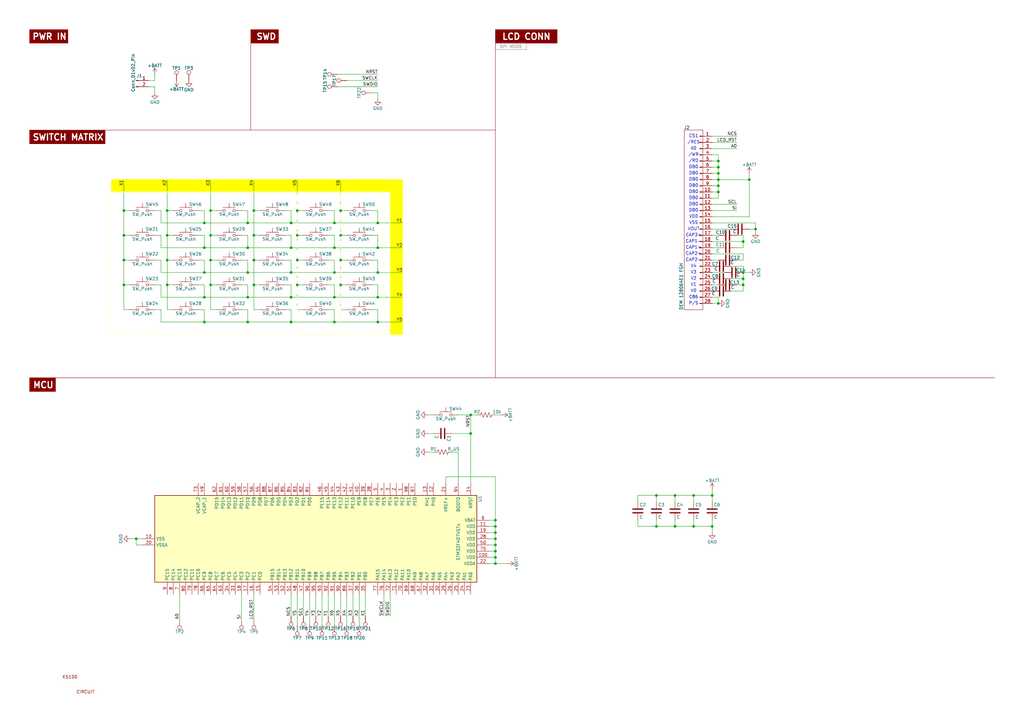
<source format=kicad_sch>
(kicad_sch (version 20240602) (generator "eeschema") (generator_version "8.99")
  (paper "A3")
  (title_block (title "KS100") (date "2024-04-09") (rev "R1.0"))
  (rectangle (start 121.92 78.74) (end 139.7 137.16) (stroke (width 0.254) (type dash) (color 255 255 194 1)))
  (rectangle (start 139.7 78.74) (end 157.48 137.16) (stroke (width 0.254) (type dash) (color 255 255 194 1)))
  (rectangle (start 12.065 53.34) (end 43.18 59.055) (stroke (width -0.0001)) (fill (type color) (color 132 0 0 1)))
  (rectangle (start 12.065 154.94) (end 22.86 160.655) (stroke (width -0.0001)) (fill (type color) (color 132 0 0 1)))
  (rectangle (start 45.72 78.74) (end 160.02 137.16) (stroke (width 0.254) (type dash) (color 255 255 194 1)))
  (rectangle (start 12.065 12.065) (end 27.94 17.78) (stroke (width -0.0001)) (fill (type color) (color 132 0 0 1)))
  (rectangle (start 203.2 12.065) (end 228.6 17.78) (stroke (width -0.0001)) (fill (type color) (color 132 0 0 1)))
  (rectangle (start 45.72 73.66) (end 160.02 78.74) (stroke (width 0.254) (color 255 255 0 1)) (fill (type color) (color 255 255 0 1)))
  (rectangle (start 160.02 73.66) (end 165.1 137.16) (stroke (width 0.254) (color 255 255 0 1)) (fill (type color) (color 255 255 0 1)))
  (rectangle (start 280.67 53.34) (end 288.29 127) (stroke (width 0) (color 132 0 0 1)))
  (rectangle (start 102.87 12.065) (end 114.3 17.78) (stroke (width -0.0001)) (fill (type color) (color 132 0 0 1)))
  (text "DB0" (at 284.48 83.82 0) (effects (font (size 1.27 1.27))))
  (text "CAP3+" (at 284.48 96.52 0) (effects (font (size 1.27 1.27))))
  (text "DB0" (at 284.48 86.36 0) (effects (font (size 1.27 1.27))))
  (text "CAP2+" (at 284.48 104.14 0) (effects (font (size 1.27 1.27))))
  (text "/RES" (at 284.48 58.42 0) (effects (font (size 1.27 1.27))))
  (text "KS100" (at 28.702 277.876 0) (effects (font (size 1.27 1.27))))
  (text "DB0" (at 284.48 78.74 0) (effects (font (size 1.27 1.27))))
  (text "DB0" (at 284.48 71.12 0) (effects (font (size 1.27 1.27))))
  (text "V2" (at 284.48 114.3 0) (effects (font (size 1.27 1.27))))
  (text "CIRCUIT" (at 35.052 283.972 0) (effects (font (size 1.27 1.27))))
  (text "P/S" (at 284.48 124.46 0) (effects (font (size 1.27 1.27))))
  (text "CS1" (at 284.48 55.88 0) (effects (font (size 1.27 1.27))))
  (text "MCU" (at 17.78 158.115 0) (effects (font (size 2.54 2.54) (thickness 0.508) (bold yes))))
  (text "/WR" (at 284.48 63.5 0) (effects (font (size 1.27 1.27))))
  (text "DB0" (at 284.48 81.28 0) (effects (font (size 1.27 1.27))))
  (text "CAP2-" (at 284.48 106.68 0) (effects (font (size 1.27 1.27))))
  (text "LCD CONN" (at 215.9 15.24 0) (effects (font (size 2.54 2.54) (thickness 0.508) (bold yes))))
  (text "A0" (at 284.48 60.96 0) (effects (font (size 1.27 1.27))))
  (text "CAP1+" (at 284.48 101.6 0) (effects (font (size 1.27 1.27))))
  (text "VSS" (at 284.48 91.44 0) (effects (font (size 1.27 1.27))))
  (text "DB0" (at 284.48 76.2 0) (effects (font (size 1.27 1.27))))
  (text "DB0" (at 284.48 68.58 0) (effects (font (size 1.27 1.27))))
  (text "VOUT" (at 284.48 93.98 0) (effects (font (size 1.27 1.27))))
  (text "VDD" (at 284.48 88.9 0) (effects (font (size 1.27 1.27))))
  (text "CAP1-" (at 284.48 99.06 0) (effects (font (size 1.27 1.27))))
  (text "SWITCH MATRIX" (at 27.94 56.515 0) (effects (font (size 2.54 2.54) (thickness 0.508) (bold yes))))
  (text "V3" (at 284.48 111.76 0) (effects (font (size 1.27 1.27))))
  (text "SWD" (at 109.22 15.24 0) (effects (font (size 2.54 2.54) (thickness 0.508) (bold yes))))
  (text "/RD" (at 284.48 66.04 0) (effects (font (size 1.27 1.27))))
  (text "C86" (at 284.48 121.92 0) (effects (font (size 1.27 1.27))))
  (text "PWR IN" (at 20.32 15.24 0) (effects (font (size 2.54 2.54) (thickness 0.508) (bold yes))))
  (text "DB0" (at 284.48 73.66 0) (effects (font (size 1.27 1.27))))
  (text "V1" (at 284.48 116.84 0) (effects (font (size 1.27 1.27))))
  (text "V0" (at 284.48 119.38 0) (effects (font (size 1.27 1.27))))
  (text "V4" (at 284.48 109.22 0) (effects (font (size 1.27 1.27))))
  (text_box "SPI MODE" (at 203.2 17.78 0) (size 12.7 2.54) (margins 0.9525 0.9525 0.9525 0.9525) (stroke (width 0) (color 132 132 132 1)) (effects (font (size 1.27 1.27) (italic yes))))
  (junction (at 154.94 111.76))
  (junction (at 284.48 203.2))
  (junction (at 307.34 73.66))
  (junction (at 86.36 96.52))
  (junction (at 104.14 86.36))
  (junction (at 137.16 121.92))
  (junction (at 294.64 124.46))
  (junction (at 83.82 132.08))
  (junction (at 68.58 96.52))
  (junction (at 104.14 106.68))
  (junction (at 101.6 121.92))
  (junction (at 101.6 101.6))
  (junction (at 294.64 66.04))
  (junction (at 193.04 177.8))
  (junction (at 137.16 91.44))
  (junction (at 294.64 68.58))
  (junction (at 101.6 91.44))
  (junction (at 68.58 116.84))
  (junction (at 309.88 93.98))
  (junction (at 119.38 121.92))
  (junction (at 68.58 106.68))
  (junction (at 203.2 231.14))
  (junction (at 276.86 203.2))
  (junction (at 139.7 86.36))
  (junction (at 304.8 111.76))
  (junction (at 154.94 132.08))
  (junction (at 83.82 111.76))
  (junction (at 154.94 101.6))
  (junction (at 50.8 86.36))
  (junction (at 119.38 111.76))
  (junction (at 121.92 106.68))
  (junction (at 121.92 86.36))
  (junction (at 203.2 220.98))
  (junction (at 154.94 91.44))
  (junction (at 86.36 86.36))
  (junction (at 137.16 111.76))
  (junction (at 139.7 96.52))
  (junction (at 104.14 116.84))
  (junction (at 119.38 91.44))
  (junction (at 203.2 228.6))
  (junction (at 119.38 101.6))
  (junction (at 154.94 121.92))
  (junction (at 119.38 132.08))
  (junction (at 203.2 226.06))
  (junction (at 203.2 213.36))
  (junction (at 304.8 114.3))
  (junction (at 83.82 91.44))
  (junction (at 55.88 220.98))
  (junction (at 304.8 116.84))
  (junction (at 276.86 215.9))
  (junction (at 292.1 203.2))
  (junction (at 294.64 73.66))
  (junction (at 121.92 96.52))
  (junction (at 294.64 76.2))
  (junction (at 83.82 121.92))
  (junction (at 137.16 132.08))
  (junction (at 203.2 215.9))
  (junction (at 203.2 223.52))
  (junction (at 121.92 116.84))
  (junction (at 294.64 78.74))
  (junction (at 104.14 96.52))
  (junction (at 101.6 132.08))
  (junction (at 101.6 111.76))
  (junction (at 269.24 203.2))
  (junction (at 50.8 116.84))
  (junction (at 294.64 71.12))
  (junction (at 292.1 215.9))
  (junction (at 139.7 106.68))
  (junction (at 50.8 106.68))
  (junction (at 83.82 101.6))
  (junction (at 284.48 215.9))
  (junction (at 304.8 99.06))
  (junction (at 193.04 170.18))
  (junction (at 269.24 215.9))
  (junction (at 139.7 116.84))
  (junction (at 137.16 101.6))
  (junction (at 50.8 96.52))
  (junction (at 86.36 106.68))
  (junction (at 68.58 86.36))
  (junction (at 203.2 218.44))
  (junction (at 86.36 116.84))
  (wire (pts (xy 106.68 106.68) (xy 104.14 106.68)))
  (wire (pts (xy 294.64 68.58) (xy 294.64 71.12)))
  (wire (pts (xy 203.2 220.98) (xy 203.2 223.52)))
  (wire (pts (xy 137.16 111.76) (xy 137.16 106.68)))
  (wire (pts (xy 86.36 96.52) (xy 86.36 106.68)))
  (wire (pts (xy 203.2 223.52) (xy 203.2 226.06)))
  (wire (pts (xy 203.2 226.06) (xy 203.2 228.6)))
  (wire (pts (xy 193.04 170.18) (xy 193.04 177.8)))
  (wire (pts (xy 261.62 203.2) (xy 261.62 205.74)))
  (wire (pts (xy 304.8 119.38) (xy 304.8 116.84)))
  (wire (pts (xy 203.2 195.58) (xy 182.88 195.58)))
  (wire (pts (xy 154.94 38.1) (xy 154.94 40.64)))
  (wire (pts (xy 137.16 91.44) (xy 154.94 91.44)))
  (wire (pts (xy 83.82 91.44) (xy 101.6 91.44)))
  (wire (pts (xy 134.62 116.84) (xy 137.16 116.84)))
  (wire (pts (xy 134.62 127) (xy 137.16 127)))
  (wire (pts (xy 127 243.84) (xy 127 256.54)))
  (wire (pts (xy 292.1 81.28) (xy 294.64 81.28)))
  (wire (pts (xy 294.64 73.66) (xy 307.34 73.66)))
  (wire (pts (xy 292.1 60.96) (xy 302.26 60.96)))
  (wire (pts (xy 73.66 243.84) (xy 73.66 254)))
  (wire (pts (xy 66.04 106.68) (xy 66.04 111.76)))
  (wire (pts (xy 139.7 116.84) (xy 142.24 116.84)))
  (wire (pts (xy 304.8 116.84) (xy 304.8 114.3)))
  (wire (pts (xy 292.1 71.12) (xy 294.64 71.12)))
  (wire (pts (xy 269.24 203.2) (xy 276.86 203.2)))
  (wire (pts (xy 66.04 121.92) (xy 83.82 121.92)))
  (wire (pts (xy 292.1 58.42) (xy 302.26 58.42)))
  (wire (pts (xy 276.86 203.2) (xy 284.48 203.2)))
  (wire (pts (xy 302.26 116.84) (xy 304.8 116.84)))
  (wire (pts (xy 66.04 101.6) (xy 83.82 101.6)))
  (wire (pts (xy 68.58 96.52) (xy 71.12 96.52)))
  (wire (pts (xy 139.7 96.52) (xy 139.7 106.68)))
  (wire (pts (xy 83.82 116.84) (xy 83.82 121.92)))
  (wire (pts (xy 142.24 33.02) (xy 154.94 33.02)))
  (wire (pts (xy 101.6 91.44) (xy 119.38 91.44)))
  (wire (pts (xy 83.82 111.76) (xy 101.6 111.76)))
  (wire (pts (xy 66.04 127) (xy 66.04 132.08)))
  (wire (pts (xy 261.62 203.2) (xy 269.24 203.2)))
  (wire (pts (xy 99.06 106.68) (xy 101.6 106.68)))
  (wire (pts (xy 63.5 86.36) (xy 66.04 86.36)))
  (wire (pts (xy 101.6 116.84) (xy 101.6 121.92)))
  (wire (pts (xy 104.14 96.52) (xy 106.68 96.52)))
  (wire (pts (xy 142.24 256.54) (xy 142.24 243.84)))
  (wire (pts (xy 60.96 35.56) (xy 63.5 35.56)))
  (wire (pts (xy 119.38 127) (xy 119.38 132.08)))
  (wire (pts (xy 83.82 101.6) (xy 101.6 101.6)))
  (wire (pts (xy 299.72 109.22) (xy 304.8 109.22)))
  (wire (pts (xy 134.62 86.36) (xy 137.16 86.36)))
  (wire (pts (xy 292.1 88.9) (xy 307.34 88.9)))
  (wire (pts (xy 269.24 215.9) (xy 276.86 215.9)))
  (wire (pts (xy 193.04 170.18) (xy 195.58 170.18)))
  (wire (pts (xy 147.32 256.54) (xy 147.32 243.84)))
  (wire (pts (xy 175.26 170.18) (xy 177.8 170.18)))
  (wire (pts (xy 66.04 116.84) (xy 66.04 121.92)))
  (wire (pts (xy 292.1 63.5) (xy 294.64 63.5)))
  (polyline (pts (xy 12.065 53.34) (xy 203.2 53.34)) (stroke (width 0) (color 132 0 0 1)))
  (wire (pts (xy 284.48 215.9) (xy 292.1 215.9)))
  (wire (pts (xy 152.4 86.36) (xy 154.94 86.36)))
  (wire (pts (xy 304.8 109.22) (xy 304.8 111.76)))
  (wire (pts (xy 101.6 111.76) (xy 101.6 106.68)))
  (wire (pts (xy 154.94 91.44) (xy 154.94 86.36)))
  (wire (pts (xy 137.16 101.6) (xy 154.94 101.6)))
  (wire (pts (xy 119.38 101.6) (xy 119.38 96.52)))
  (wire (pts (xy 55.88 223.52) (xy 55.88 220.98)))
  (wire (pts (xy 119.38 243.84) (xy 119.38 252.73)))
  (wire (pts (xy 307.34 73.66) (xy 307.34 88.9)))
  (wire (pts (xy 292.1 55.88) (xy 302.26 55.88)))
  (wire (pts (xy 203.2 215.9) (xy 200.66 215.9)))
  (wire (pts (xy 137.16 121.92) (xy 154.94 121.92)))
  (wire (pts (xy 121.92 116.84) (xy 124.46 116.84)))
  (wire (pts (xy 101.6 132.08) (xy 119.38 132.08)))
  (wire (pts (xy 139.7 73.66) (xy 139.7 86.36)))
  (wire (pts (xy 53.34 86.36) (xy 50.8 86.36)))
  (wire (pts (xy 203.2 213.36) (xy 200.66 213.36)))
  (wire (pts (xy 175.26 177.8) (xy 177.8 177.8)))
  (wire (pts (xy 132.08 243.84) (xy 132.08 256.54)))
  (wire (pts (xy 302.26 106.68) (xy 304.8 106.68)))
  (wire (pts (xy 154.94 101.6) (xy 154.94 96.52)))
  (wire (pts (xy 116.84 127) (xy 119.38 127)))
  (wire (pts (xy 261.62 215.9) (xy 269.24 215.9)))
  (wire (pts (xy 53.34 220.98) (xy 55.88 220.98)))
  (wire (pts (xy 63.5 127) (xy 66.04 127)))
  (wire (pts (xy 292.1 83.82) (xy 302.26 83.82)))
  (wire (pts (xy 203.2 231.14) (xy 200.66 231.14)))
  (wire (pts (xy 104.14 106.68) (xy 104.14 116.84)))
  (wire (pts (xy 299.72 114.3) (xy 304.8 114.3)))
  (wire (pts (xy 284.48 215.9) (xy 284.48 213.36)))
  (wire (pts (xy 292.1 215.9) (xy 292.1 213.36)))
  (wire (pts (xy 88.9 106.68) (xy 86.36 106.68)))
  (wire (pts (xy 302.26 96.52) (xy 304.8 96.52)))
  (wire (pts (xy 137.16 96.52) (xy 134.62 96.52)))
  (wire (pts (xy 71.12 106.68) (xy 68.58 106.68)))
  (wire (pts (xy 50.8 96.52) (xy 53.34 96.52)))
  (wire (pts (xy 71.12 86.36) (xy 68.58 86.36)))
  (wire (pts (xy 154.94 116.84) (xy 154.94 121.92)))
  (wire (pts (xy 139.7 96.52) (xy 142.24 96.52)))
  (wire (pts (xy 99.06 86.36) (xy 101.6 86.36)))
  (wire (pts (xy 68.58 96.52) (xy 68.58 106.68)))
  (wire (pts (xy 50.8 116.84) (xy 50.8 127)))
  (wire (pts (xy 149.86 252.73) (xy 149.86 243.84)))
  (wire (pts (xy 187.96 170.18) (xy 193.04 170.18)))
  (wire (pts (xy 124.46 243.84) (xy 124.46 252.73)))
  (wire (pts (xy 121.92 243.84) (xy 121.92 256.54)))
  (wire (pts (xy 119.38 86.36) (xy 119.38 91.44)))
  (wire (pts (xy 142.24 86.36) (xy 139.7 86.36)))
  (wire (pts (xy 292.1 106.68) (xy 294.64 106.68)))
  (wire (pts (xy 86.36 116.84) (xy 88.9 116.84)))
  (wire (pts (xy 104.14 96.52) (xy 104.14 106.68)))
  (wire (pts (xy 104.14 243.84) (xy 104.14 254)))
  (wire (pts (xy 124.46 106.68) (xy 121.92 106.68)))
  (wire (pts (xy 200.66 228.6) (xy 203.2 228.6)))
  (wire (pts (xy 276.86 215.9) (xy 276.86 213.36)))
  (wire (pts (xy 81.28 116.84) (xy 83.82 116.84)))
  (wire (pts (xy 106.68 86.36) (xy 104.14 86.36)))
  (wire (pts (xy 101.6 111.76) (xy 119.38 111.76)))
  (wire (pts (xy 86.36 127) (xy 88.9 127)))
  (wire (pts (xy 119.38 106.68) (xy 116.84 106.68)))
  (wire (pts (xy 157.48 252.73) (xy 157.48 243.84)))
  (wire (pts (xy 119.38 101.6) (xy 137.16 101.6)))
  (wire (pts (xy 50.8 106.68) (xy 50.8 116.84)))
  (wire (pts (xy 63.5 30.48) (xy 63.5 33.02)))
  (wire (pts (xy 200.66 226.06) (xy 203.2 226.06)))
  (wire (pts (xy 292.1 121.92) (xy 294.64 121.92)))
  (polyline (pts (xy 102.87 12.065) (xy 102.87 53.34)) (stroke (width 0) (color 132 0 0 1)))
  (wire (pts (xy 83.82 127) (xy 83.82 132.08)))
  (wire (pts (xy 88.9 86.36) (xy 86.36 86.36)))
  (wire (pts (xy 134.62 243.84) (xy 134.62 252.73)))
  (wire (pts (xy 269.24 203.2) (xy 269.24 205.74)))
  (wire (pts (xy 292.1 78.74) (xy 294.64 78.74)))
  (wire (pts (xy 276.86 203.2) (xy 276.86 205.74)))
  (wire (pts (xy 160.02 252.73) (xy 160.02 243.84)))
  (wire (pts (xy 63.5 116.84) (xy 66.04 116.84)))
  (wire (pts (xy 58.42 223.52) (xy 55.88 223.52)))
  (wire (pts (xy 58.42 220.98) (xy 55.88 220.98)))
  (wire (pts (xy 60.96 33.02) (xy 63.5 33.02)))
  (wire (pts (xy 154.94 96.52) (xy 152.4 96.52)))
  (wire (pts (xy 154.94 91.44) (xy 165.1 91.44)))
  (wire (pts (xy 292.1 104.14) (xy 304.8 104.14)))
  (wire (pts (xy 139.7 116.84) (xy 139.7 127)))
  (wire (pts (xy 50.8 73.66) (xy 50.8 86.36)))
  (wire (pts (xy 137.16 101.6) (xy 137.16 96.52)))
  (wire (pts (xy 307.34 93.98) (xy 309.88 93.98)))
  (wire (pts (xy 137.16 243.84) (xy 137.16 256.54)))
  (wire (pts (xy 292.1 73.66) (xy 294.64 73.66)))
  (wire (pts (xy 203.2 215.9) (xy 203.2 218.44)))
  (wire (pts (xy 294.64 73.66) (xy 294.64 76.2)))
  (wire (pts (xy 66.04 132.08) (xy 83.82 132.08)))
  (wire (pts (xy 86.36 116.84) (xy 86.36 127)))
  (wire (pts (xy 154.94 132.08) (xy 165.1 132.08)))
  (wire (pts (xy 292.1 116.84) (xy 294.64 116.84)))
  (wire (pts (xy 104.14 127) (xy 106.68 127)))
  (wire (pts (xy 294.64 66.04) (xy 294.64 68.58)))
  (wire (pts (xy 99.06 116.84) (xy 101.6 116.84)))
  (wire (pts (xy 101.6 96.52) (xy 99.06 96.52)))
  (wire (pts (xy 154.94 101.6) (xy 165.1 101.6)))
  (wire (pts (xy 121.92 96.52) (xy 124.46 96.52)))
  (wire (pts (xy 50.8 86.36) (xy 50.8 96.52)))
  (wire (pts (xy 154.94 121.92) (xy 165.1 121.92)))
  (wire (pts (xy 292.1 76.2) (xy 294.64 76.2)))
  (wire (pts (xy 138.43 35.56) (xy 154.94 35.56)))
  (wire (pts (xy 284.48 203.2) (xy 284.48 205.74)))
  (wire (pts (xy 104.14 116.84) (xy 106.68 116.84)))
  (wire (pts (xy 104.14 73.66) (xy 104.14 86.36)))
  (wire (pts (xy 292.1 218.44) (xy 292.1 215.9)))
  (wire (pts (xy 116.84 116.84) (xy 119.38 116.84)))
  (wire (pts (xy 121.92 86.36) (xy 121.92 96.52)))
  (wire (pts (xy 81.28 127) (xy 83.82 127)))
  (wire (pts (xy 83.82 96.52) (xy 81.28 96.52)))
  (wire (pts (xy 292.1 200.66) (xy 292.1 203.2)))
  (wire (pts (xy 50.8 96.52) (xy 50.8 106.68)))
  (wire (pts (xy 66.04 86.36) (xy 66.04 91.44)))
  (wire (pts (xy 137.16 106.68) (xy 134.62 106.68)))
  (wire (pts (xy 203.2 218.44) (xy 203.2 220.98)))
  (wire (pts (xy 292.1 91.44) (xy 309.88 91.44)))
  (wire (pts (xy 261.62 215.9) (xy 261.62 213.36)))
  (wire (pts (xy 203.2 228.6) (xy 203.2 231.14)))
  (wire (pts (xy 193.04 177.8) (xy 185.42 177.8)))
  (wire (pts (xy 200.66 223.52) (xy 203.2 223.52)))
  (wire (pts (xy 154.94 38.1) (xy 152.4 38.1)))
  (wire (pts (xy 121.92 116.84) (xy 121.92 127)))
  (wire (pts (xy 63.5 35.56) (xy 63.5 38.1)))
  (wire (pts (xy 83.82 132.08) (xy 101.6 132.08)))
  (wire (pts (xy 304.8 111.76) (xy 307.34 111.76)))
  (wire (pts (xy 138.43 30.48) (xy 154.94 30.48)))
  (wire (pts (xy 139.7 252.73) (xy 139.7 243.84)))
  (wire (pts (xy 116.84 86.36) (xy 119.38 86.36)))
  (wire (pts (xy 121.92 127) (xy 124.46 127)))
  (wire (pts (xy 50.8 127) (xy 53.34 127)))
  (wire (pts (xy 116.84 96.52) (xy 119.38 96.52)))
  (wire (pts (xy 142.24 106.68) (xy 139.7 106.68)))
  (wire (pts (xy 269.24 215.9) (xy 269.24 213.36)))
  (wire (pts (xy 66.04 91.44) (xy 83.82 91.44)))
  (wire (pts (xy 299.72 119.38) (xy 304.8 119.38)))
  (wire (pts (xy 68.58 116.84) (xy 71.12 116.84)))
  (wire (pts (xy 292.1 96.52) (xy 294.64 96.52)))
  (wire (pts (xy 68.58 73.66) (xy 68.58 86.36)))
  (wire (pts (xy 139.7 106.68) (xy 139.7 116.84)))
  (wire (pts (xy 152.4 127) (xy 154.94 127)))
  (wire (pts (xy 137.16 116.84) (xy 137.16 121.92)))
  (wire (pts (xy 83.82 101.6) (xy 83.82 96.52)))
  (wire (pts (xy 101.6 121.92) (xy 119.38 121.92)))
  (wire (pts (xy 154.94 127) (xy 154.94 132.08)))
  (wire (pts (xy 99.06 127) (xy 101.6 127)))
  (wire (pts (xy 86.36 106.68) (xy 86.36 116.84)))
  (wire (pts (xy 81.28 106.68) (xy 83.82 106.68)))
  (wire (pts (xy 276.86 215.9) (xy 284.48 215.9)))
  (wire (pts (xy 292.1 86.36) (xy 302.26 86.36)))
  (wire (pts (xy 99.06 254) (xy 99.06 243.84)))
  (wire (pts (xy 294.64 76.2) (xy 294.64 78.74)))
  (wire (pts (xy 205.74 170.18) (xy 203.2 170.18)))
  (wire (pts (xy 101.6 101.6) (xy 101.6 96.52)))
  (wire (pts (xy 119.38 111.76) (xy 119.38 106.68)))
  (wire (pts (xy 119.38 116.84) (xy 119.38 121.92)))
  (wire (pts (xy 66.04 111.76) (xy 83.82 111.76)))
  (wire (pts (xy 304.8 106.68) (xy 304.8 104.14)))
  (wire (pts (xy 137.16 111.76) (xy 154.94 111.76)))
  (wire (pts (xy 292.1 101.6) (xy 294.64 101.6)))
  (wire (pts (xy 119.38 111.76) (xy 137.16 111.76)))
  (wire (pts (xy 144.78 252.73) (xy 144.78 243.84)))
  (wire (pts (xy 81.28 86.36) (xy 83.82 86.36)))
  (wire (pts (xy 304.8 101.6) (xy 304.8 99.06)))
  (wire (pts (xy 294.64 63.5) (xy 294.64 66.04)))
  (wire (pts (xy 68.58 127) (xy 71.12 127)))
  (wire (pts (xy 139.7 127) (xy 142.24 127)))
  (wire (pts (xy 83.82 111.76) (xy 83.82 106.68)))
  (wire (pts (xy 292.1 66.04) (xy 294.64 66.04)))
  (wire (pts (xy 137.16 86.36) (xy 137.16 91.44)))
  (wire (pts (xy 63.5 106.68) (xy 66.04 106.68)))
  (wire (pts (xy 294.64 121.92) (xy 294.64 124.46)))
  (wire (pts (xy 68.58 116.84) (xy 68.58 127)))
  (wire (pts (xy 119.38 132.08) (xy 137.16 132.08)))
  (wire (pts (xy 292.1 99.06) (xy 304.8 99.06)))
  (wire (pts (xy 294.64 71.12) (xy 294.64 73.66)))
  (wire (pts (xy 50.8 116.84) (xy 53.34 116.84)))
  (wire (pts (xy 154.94 106.68) (xy 152.4 106.68)))
  (wire (pts (xy 154.94 111.76) (xy 154.94 106.68)))
  (wire (pts (xy 200.66 218.44) (xy 203.2 218.44)))
  (wire (pts (xy 119.38 121.92) (xy 137.16 121.92)))
  (wire (pts (xy 203.2 215.9) (xy 203.2 213.36)))
  (wire (pts (xy 137.16 127) (xy 137.16 132.08)))
  (wire (pts (xy 175.26 185.42) (xy 177.8 185.42)))
  (polyline (pts (xy 12.065 154.94) (xy 407.924 154.94)) (stroke (width 0) (color 132 0 0 1)))
  (wire (pts (xy 309.88 95.25) (xy 309.88 93.98)))
  (wire (pts (xy 121.92 73.66) (xy 121.92 86.36)))
  (wire (pts (xy 304.8 96.52) (xy 304.8 99.06)))
  (wire (pts (xy 200.66 220.98) (xy 203.2 220.98)))
  (wire (pts (xy 139.7 86.36) (xy 139.7 96.52)))
  (wire (pts (xy 137.16 132.08) (xy 154.94 132.08)))
  (wire (pts (xy 63.5 96.52) (xy 66.04 96.52)))
  (wire (pts (xy 129.54 243.84) (xy 129.54 252.73)))
  (wire (pts (xy 121.92 106.68) (xy 121.92 116.84)))
  (wire (pts (xy 187.96 185.42) (xy 187.96 198.12)))
  (wire (pts (xy 182.88 195.58) (xy 182.88 198.12)))
  (wire (pts (xy 53.34 106.68) (xy 50.8 106.68)))
  (wire (pts (xy 302.26 101.6) (xy 304.8 101.6)))
  (wire (pts (xy 193.04 177.8) (xy 193.04 198.12)))
  (wire (pts (xy 86.36 86.36) (xy 86.36 96.52)))
  (wire (pts (xy 292.1 203.2) (xy 292.1 205.74)))
  (wire (pts (xy 203.2 213.36) (xy 203.2 195.58)))
  (wire (pts (xy 185.42 185.42) (xy 187.96 185.42)))
  (polyline (pts (xy 203.2 12.065) (xy 203.2 154.94)) (stroke (width 0) (color 132 0 0 1)))
  (wire (pts (xy 208.28 231.14) (xy 203.2 231.14)))
  (wire (pts (xy 101.6 127) (xy 101.6 132.08)))
  (wire (pts (xy 307.34 71.12) (xy 307.34 73.66)))
  (wire (pts (xy 83.82 86.36) (xy 83.82 91.44)))
  (wire (pts (xy 86.36 96.52) (xy 88.9 96.52)))
  (wire (pts (xy 292.1 111.76) (xy 297.18 111.76)))
  (wire (pts (xy 292.1 93.98) (xy 299.72 93.98)))
  (wire (pts (xy 104.14 86.36) (xy 104.14 96.52)))
  (wire (pts (xy 86.36 73.66) (xy 86.36 86.36)))
  (wire (pts (xy 68.58 86.36) (xy 68.58 96.52)))
  (wire (pts (xy 101.6 86.36) (xy 101.6 91.44)))
  (wire (pts (xy 292.1 124.46) (xy 294.64 124.46)))
  (wire (pts (xy 121.92 96.52) (xy 121.92 106.68)))
  (wire (pts (xy 304.8 114.3) (xy 304.8 111.76)))
  (wire (pts (xy 104.14 116.84) (xy 104.14 127)))
  (wire (pts (xy 292.1 68.58) (xy 294.64 68.58)))
  (wire (pts (xy 309.88 93.98) (xy 309.88 91.44)))
  (wire (pts (xy 83.82 121.92) (xy 101.6 121.92)))
  (wire (pts (xy 68.58 106.68) (xy 68.58 116.84)))
  (wire (pts (xy 152.4 116.84) (xy 154.94 116.84)))
  (wire (pts (xy 294.64 78.74) (xy 294.64 81.28)))
  (wire (pts (xy 66.04 96.52) (xy 66.04 101.6)))
  (wire (pts (xy 154.94 111.76) (xy 165.1 111.76)))
  (wire (pts (xy 101.6 101.6) (xy 119.38 101.6)))
  (wire (pts (xy 284.48 203.2) (xy 292.1 203.2)))
  (wire (pts (xy 119.38 91.44) (xy 137.16 91.44)))
  (wire (pts (xy 124.46 86.36) (xy 121.92 86.36)))
  (label "LCD_RST" (at 302.26 58.42 180))
  (label "A0" (at 302.26 60.96 180))
  (label "NCS" (at 119.38 252.73 90))
  (label "SWCLK" (at 157.48 252.73 90))
  (label "SWDIO" (at 154.94 35.56 180))
  (label "Y4" (at 127 252.73 90))
  (label "Y1" (at 134.62 252.73 90))
  (label "X3" (at 86.36 73.66 270))
  (label "Y4" (at 165.1 121.92 180))
  (label "X1" (at 50.8 73.66 270))
  (label "SI" (at 302.26 86.36 180))
  (label "NRST" (at 193.04 170.18 270))
  (label "X5" (at 139.7 252.73 90))
  (label "Y2" (at 132.08 252.73 90))
  (label "SWCLK" (at 154.94 33.02 180))
  (label "X1" (at 149.86 252.73 90))
  (label "SWDIO" (at 160.02 252.73 90))
  (label "Y3" (at 129.54 252.73 90))
  (label "SCL" (at 124.46 252.73 90))
  (label "X2" (at 68.58 73.66 270))
  (label "X6" (at 139.7 73.66 270))
  (label "Y5" (at 121.92 252.73 90))
  (label "A0" (at 73.66 254 90))
  (label "Y3" (at 165.1 111.76 180))
  (label "LCD_RST" (at 104.14 254 90))
  (label "Y5" (at 165.1 132.08 180))
  (label "Y2" (at 165.1 101.6 180))
  (label "X2" (at 147.32 252.73 90))
  (label "SI" (at 99.06 254 90))
  (label "SCL" (at 302.26 83.82 180))
  (label "X3" (at 144.78 252.73 90))
  (label "NRST" (at 154.94 30.48 180))
  (label "X6" (at 137.16 252.73 90))
  (label "X4" (at 104.14 73.66 270))
  (label "NCS" (at 302.26 55.88 180))
  (label "X4" (at 142.24 252.73 90))
  (label "Y1" (at 165.1 91.44 180))
  (label "X5" (at 121.92 73.66 270))
  (symbol (lib_id "Switch:SW_Push") (at 76.2 127 0) (unit 1)
    (property "Reference" "SW28" (at 77.47 124.46 0) (effects (justify left)))
    (property "Value" "SW_Push" (at 76.2 128.524 0))
    (property "Footprint" "Button_Switch_THT:SW_PUSH_1P1T_6x3.5mm_H4.3_APEM_MJTP1243" (effects (hide yes)))
    (property "Datasheet" "MJTP1243" (effects (hide yes)))
    (property "Description" "Push button switch, generic, two pins" (effects (hide yes)))
  )
  (symbol (lib_id "power:+BATT") (at 208.28 231.14 270) (unit 1)
    (property "Reference" "#PWR011" (effects (hide yes)))
    (property "Value" "+BATT" (at 211.836 231.14 0))
    (property "Description" "Power symbol creates a global label with name \"+BATT\"" (effects (hide yes)))
  )
  (symbol (lib_id "Connector:TestPoint") (at 127 256.54 180) (unit 1)
    (property "Reference" "TP9" (at 127 261.62 0))
    (property "Value" "TestPoint" (effects (hide yes)))
    (property "Footprint" "TestPoint:TestPoint_THTPad_1.0x1.0mm_Drill0.5mm" (effects (hide yes)))
    (property "Description" "test point" (effects (hide yes)))
  )
  (symbol (lib_id "Connector:TestPoint") (at 124.46 252.73 180) (unit 1)
    (property "Reference" "TP8" (at 124.46 257.81 0))
    (property "Value" "TestPoint" (effects (hide yes)))
    (property "Footprint" "TestPoint:TestPoint_THTPad_1.0x1.0mm_Drill0.5mm" (effects (hide yes)))
    (property "Description" "test point" (effects (hide yes)))
  )
  (symbol (lib_id "Connector:TestPoint") (at 132.08 256.54 180) (unit 1)
    (property "Reference" "TP11" (at 132.08 261.62 0))
    (property "Value" "TestPoint" (effects (hide yes)))
    (property "Footprint" "TestPoint:TestPoint_THTPad_1.0x1.0mm_Drill0.5mm" (effects (hide yes)))
    (property "Description" "test point" (effects (hide yes)))
  )
  (symbol (lib_id "Switch:SW_Push") (at 58.42 96.52 0) (unit 1)
    (property "Reference" "SW21" (at 59.69 93.98 0) (effects (justify left)))
    (property "Value" "SW_Push" (at 58.42 98.044 0))
    (property "Footprint" "Button_Switch_THT:SW_PUSH_1P1T_6x3.5mm_H4.3_APEM_MJTP1243" (effects (hide yes)))
    (property "Datasheet" "MJTP1243" (effects (hide yes)))
    (property "Description" "Push button switch, generic, two pins" (effects (hide yes)))
  )
  (symbol (lib_id "Switch:SW_Push") (at 58.42 127 0) (unit 1)
    (property "Reference" "SW24" (at 59.69 124.46 0) (effects (justify left)))
    (property "Value" "SW_Push" (at 58.42 128.524 0))
    (property "Footprint" "Button_Switch_THT:SW_PUSH_1P1T_6x3.5mm_H4.3_APEM_MJTP1243" (effects (hide yes)))
    (property "Datasheet" "MJTP1243" (effects (hide yes)))
    (property "Description" "Push button switch, generic, two pins" (effects (hide yes)))
  )
  (symbol (lib_id "Connector:TestPoint") (at 138.43 35.56 90) (unit 1)
    (property "Reference" "TP15" (at 133.35 35.56 0))
    (property "Value" "TestPoint" (effects (hide yes)))
    (property "Footprint" "TestPoint:TestPoint_THTPad_2.0x2.0mm_Drill1.0mm" (effects (hide yes)))
    (property "Description" "test point" (effects (hide yes)))
  )
  (symbol (lib_id "Device:C") (at 295.91 109.22 90) (unit 1)
    (property "Reference" "C7" (at 294.64 108.204 90) (effects (justify left)))
    (property "Value" "C" (at 294.386 110.236 90) (effects (justify left)))
    (property "Footprint" "Capacitor_SMD:C_0603_1608Metric_Pad1.08x0.95mm_HandSolder" (effects (hide yes)))
    (property "Description" "Unpolarized capacitor" (effects (hide yes)))
  )
  (symbol (lib_id "Connector:Conn_01x02_Pin") (at 55.88 33.02 0) (unit 1)
    (property "Reference" "J1" (at 57.15 31.115 0))
    (property "Value" "Conn_01x02_Pin" (at 54.61 29.845 90))
    (property "Footprint" "Connector_JST:JST_VH_B2P-VH-B_1x02_P3.96mm_Vertical" (effects (hide yes)))
    (property "Description" "Generic connector, single row, 01x02, script generated" (effects (hide yes)))
  )
  (symbol (lib_id "Switch:SW_Push") (at 147.32 86.36 0) (unit 1)
    (property "Reference" "SW50" (at 148.59 83.82 0) (effects (justify left)))
    (property "Value" "SW_Push" (at 147.32 87.884 0))
    (property "Footprint" "Button_Switch_THT:SW_PUSH_1P1T_6x3.5mm_H4.3_APEM_MJTP1243" (effects (hide yes)))
    (property "Datasheet" "MJTP1243" (effects (hide yes)))
    (property "Description" "Push button switch, generic, two pins" (effects (hide yes)))
  )
  (symbol (lib_id "Switch:SW_Push") (at 129.54 96.52 0) (unit 1)
    (property "Reference" "SW37" (at 130.81 93.98 0) (effects (justify left)))
    (property "Value" "SW_Push" (at 129.54 98.044 0))
    (property "Footprint" "Button_Switch_THT:SW_PUSH_1P1T_6x3.5mm_H4.3_APEM_MJTP1243" (effects (hide yes)))
    (property "Datasheet" "MJTP1243" (effects (hide yes)))
    (property "Description" "Push button switch, generic, two pins" (effects (hide yes)))
  )
  (symbol (lib_id "Switch:SW_Push") (at 93.98 127 0) (unit 1)
    (property "Reference" "SW32" (at 95.25 124.46 0) (effects (justify left)))
    (property "Value" "SW_Push" (at 93.98 128.524 0))
    (property "Footprint" "Button_Switch_THT:SW_PUSH_1P1T_6x3.5mm_H4.3_APEM_MJTP1243" (effects (hide yes)))
    (property "Datasheet" "MJTP1243" (effects (hide yes)))
    (property "Description" "Push button switch, generic, two pins" (effects (hide yes)))
  )
  (symbol (lib_id "Device:C") (at 298.45 106.68 90) (unit 1)
    (property "Reference" "C12" (at 303.53 105.664 90) (effects (justify left)))
    (property "Value" "C" (at 300.99 107.696 90) (effects (justify left)))
    (property "Footprint" "Capacitor_SMD:C_0603_1608Metric_Pad1.08x0.95mm_HandSolder" (effects (hide yes)))
    (property "Description" "Unpolarized capacitor" (effects (hide yes)))
  )
  (symbol (lib_id "Connector:TestPoint") (at 72.39 33.02 0) (unit 1)
    (property "Reference" "TP1" (at 72.39 27.94 0))
    (property "Value" "TestPoint" (effects (hide yes)))
    (property "Footprint" "TestPoint:TestPoint_THTPad_1.0x1.0mm_Drill0.5mm" (effects (hide yes)))
    (property "Description" "test point" (effects (hide yes)))
  )
  (symbol (lib_id "Connector:TestPoint") (at 129.54 252.73 180) (unit 1)
    (property "Reference" "TP10" (at 129.54 257.81 0))
    (property "Value" "TestPoint" (effects (hide yes)))
    (property "Footprint" "TestPoint:TestPoint_THTPad_1.0x1.0mm_Drill0.5mm" (effects (hide yes)))
    (property "Description" "test point" (effects (hide yes)))
  )
  (symbol (lib_id "Switch:SW_Push") (at 147.32 106.68 0) (unit 1)
    (property "Reference" "SW42" (at 148.59 104.14 0) (effects (justify left)))
    (property "Value" "SW_Push" (at 147.32 108.204 0))
    (property "Footprint" "Button_Switch_THT:SW_PUSH_1P1T_6x3.5mm_H4.3_APEM_MJTP1243" (effects (hide yes)))
    (property "Datasheet" "MJTP1243" (effects (hide yes)))
    (property "Description" "Push button switch, generic, two pins" (effects (hide yes)))
  )
  (symbol (lib_id "Switch:SW_Push") (at 93.98 116.84 0) (unit 1)
    (property "Reference" "SW31" (at 95.25 114.3 0) (effects (justify left)))
    (property "Value" "SW_Push" (at 93.98 118.364 0))
    (property "Footprint" "Button_Switch_THT:SW_PUSH_1P1T_6x3.5mm_H4.3_APEM_MJTP1243" (effects (hide yes)))
    (property "Datasheet" "MJTP1243" (effects (hide yes)))
    (property "Description" "Push button switch, generic, two pins" (effects (hide yes)))
  )
  (symbol (lib_id "Switch:SW_Push") (at 111.76 96.52 0) (unit 1)
    (property "Reference" "SW33" (at 113.03 93.98 0) (effects (justify left)))
    (property "Value" "SW_Push" (at 111.76 98.044 0))
    (property "Footprint" "Button_Switch_THT:SW_PUSH_1P1T_6x3.5mm_H4.3_APEM_MJTP1243" (effects (hide yes)))
    (property "Datasheet" "MJTP1243" (effects (hide yes)))
    (property "Description" "Push button switch, generic, two pins" (effects (hide yes)))
  )
  (symbol (lib_id "Connector:TestPoint") (at 144.78 252.73 180) (unit 1)
    (property "Reference" "TP19" (at 144.78 257.81 0))
    (property "Value" "TestPoint" (effects (hide yes)))
    (property "Footprint" "TestPoint:TestPoint_THTPad_1.0x1.0mm_Drill0.5mm" (effects (hide yes)))
    (property "Description" "test point" (effects (hide yes)))
  )
  (symbol (lib_id "Switch:SW_Push") (at 111.76 106.68 0) (unit 1)
    (property "Reference" "SW34" (at 113.03 104.14 0) (effects (justify left)))
    (property "Value" "SW_Push" (at 111.76 108.204 0))
    (property "Footprint" "Button_Switch_THT:SW_PUSH_1P1T_6x3.5mm_H4.3_APEM_MJTP1243" (effects (hide yes)))
    (property "Datasheet" "MJTP1243" (effects (hide yes)))
    (property "Description" "Push button switch, generic, two pins" (effects (hide yes)))
  )
  (symbol (lib_id "power:GND") (at 309.88 95.25 0) (unit 1)
    (property "Reference" "#PWR017" (effects (hide yes)))
    (property "Value" "GND" (at 309.88 99.06 0))
    (property "Description" "Power symbol creates a global label with name \"GND\" , ground" (effects (hide yes)))
  )
  (symbol (lib_id "power:GND") (at 294.64 124.46 90) (unit 1)
    (property "Reference" "#PWR014" (effects (hide yes)))
    (property "Value" "GND" (at 298.45 124.46 0))
    (property "Description" "Power symbol creates a global label with name \"GND\" , ground" (effects (hide yes)))
  )
  (symbol (lib_id "Switch:SW_Push") (at 147.32 127 0) (unit 1)
    (property "Reference" "SW44" (at 148.59 124.46 0) (effects (justify left)))
    (property "Value" "SW_Push" (at 147.32 128.524 0))
    (property "Footprint" "Button_Switch_THT:SW_PUSH_1P1T_6x3.5mm_H4.3_APEM_MJTP1243" (effects (hide yes)))
    (property "Datasheet" "MJTP1243" (effects (hide yes)))
    (property "Description" "Push button switch, generic, two pins" (effects (hide yes)))
  )
  (symbol (lib_id "Switch:SW_Push") (at 129.54 86.36 0) (unit 1)
    (property "Reference" "SW49" (at 130.81 83.82 0) (effects (justify left)))
    (property "Value" "SW_Push" (at 129.54 87.884 0))
    (property "Footprint" "Button_Switch_THT:SW_PUSH_1P1T_6x3.5mm_H4.3_APEM_MJTP1243" (effects (hide yes)))
    (property "Datasheet" "MJTP1243" (effects (hide yes)))
    (property "Description" "Push button switch, generic, two pins" (effects (hide yes)))
  )
  (symbol (lib_id "Connector:TestPoint") (at 134.62 252.73 180) (unit 1)
    (property "Reference" "TP12" (at 134.62 257.81 0))
    (property "Value" "TestPoint" (effects (hide yes)))
    (property "Footprint" "TestPoint:TestPoint_THTPad_1.0x1.0mm_Drill0.5mm" (effects (hide yes)))
    (property "Description" "test point" (effects (hide yes)))
  )
  (symbol (lib_id "Connector:TestPoint") (at 152.4 38.1 90) (unit 1)
    (property "Reference" "TP22" (at 147.32 38.1 0))
    (property "Value" "TestPoint" (effects (hide yes)))
    (property "Footprint" "TestPoint:TestPoint_THTPad_2.0x2.0mm_Drill1.0mm" (effects (hide yes)))
    (property "Description" "test point" (effects (hide yes)))
  )
  (symbol (lib_id "Device:C") (at 181.61 177.8 270) (unit 1)
    (property "Reference" "C1" (at 184.15 178.435 0) (effects (justify left)))
    (property "Value" "C" (at 179.07 178.435 0) (effects (justify left)))
    (property "Footprint" "Capacitor_SMD:C_0603_1608Metric_Pad1.08x0.95mm_HandSolder" (effects (hide yes)))
    (property "Description" "Unpolarized capacitor" (effects (hide yes)))
  )
  (symbol (lib_id "power:+BATT") (at 292.1 200.66 0) (unit 1)
    (property "Reference" "#PWR012" (effects (hide yes)))
    (property "Value" "+BATT" (at 292.1 197.104 0))
    (property "Description" "Power symbol creates a global label with name \"+BATT\"" (effects (hide yes)))
  )
  (symbol (lib_id "Connector:TestPoint") (at 104.14 254 0) (mirror x) (unit 1)
    (property "Reference" "TP5" (at 104.14 259.08 0))
    (property "Value" "TestPoint" (effects (hide yes)))
    (property "Footprint" "TestPoint:TestPoint_THTPad_1.0x1.0mm_Drill0.5mm" (effects (hide yes)))
    (property "Description" "test point" (effects (hide yes)))
  )
  (symbol (lib_id "Connector:TestPoint") (at 73.66 254 180) (unit 1)
    (property "Reference" "TP2" (at 73.66 259.08 0))
    (property "Value" "TestPoint" (effects (hide yes)))
    (property "Footprint" "TestPoint:TestPoint_THTPad_1.0x1.0mm_Drill0.5mm" (effects (hide yes)))
    (property "Description" "test point" (effects (hide yes)))
  )
  (symbol (lib_id "Device:C") (at 295.91 119.38 90) (unit 1)
    (property "Reference" "C9" (at 294.386 118.364 90) (effects (justify left)))
    (property "Value" "C" (at 293.37 120.396 90) (effects (justify left)))
    (property "Footprint" "Capacitor_SMD:C_0603_1608Metric_Pad1.08x0.95mm_HandSolder" (effects (hide yes)))
    (property "Description" "Unpolarized capacitor" (effects (hide yes)))
  )
  (symbol (lib_id "Switch:SW_Push") (at 76.2 96.52 0) (unit 1)
    (property "Reference" "SW25" (at 77.47 93.98 0) (effects (justify left)))
    (property "Value" "SW_Push" (at 76.2 98.044 0))
    (property "Footprint" "Button_Switch_THT:SW_PUSH_1P1T_6x3.5mm_H4.3_APEM_MJTP1243" (effects (hide yes)))
    (property "Datasheet" "MJTP1243" (effects (hide yes)))
    (property "Description" "Push button switch, generic, two pins" (effects (hide yes)))
  )
  (symbol (lib_id "Switch:SW_Push") (at 147.32 116.84 0) (unit 1)
    (property "Reference" "SW43" (at 148.59 114.3 0) (effects (justify left)))
    (property "Value" "SW_Push" (at 147.32 118.364 0))
    (property "Footprint" "Button_Switch_THT:SW_PUSH_1P1T_6x3.5mm_H4.3_APEM_MJTP1243" (effects (hide yes)))
    (property "Datasheet" "MJTP1243" (effects (hide yes)))
    (property "Description" "Push button switch, generic, two pins" (effects (hide yes)))
  )
  (symbol (lib_id "Device:C") (at 292.1 209.55 0) (unit 1)
    (property "Reference" "C6" (at 292.735 207.01 0) (effects (justify left)))
    (property "Value" "C" (at 292.735 212.09 0) (effects (justify left)))
    (property "Footprint" "Capacitor_SMD:C_0603_1608Metric_Pad1.08x0.95mm_HandSolder" (effects (hide yes)))
    (property "Description" "Unpolarized capacitor" (effects (hide yes)))
  )
  (symbol (lib_id "power:GND") (at 292.1 218.44 0) (unit 1)
    (property "Reference" "#PWR013" (effects (hide yes)))
    (property "Value" "GND" (at 292.1 222.25 0))
    (property "Description" "Power symbol creates a global label with name \"GND\" , ground" (effects (hide yes)))
  )
  (symbol (lib_id "power:GND") (at 307.34 111.76 90) (unit 1)
    (property "Reference" "#PWR016" (effects (hide yes)))
    (property "Value" "GND" (at 311.15 111.76 0))
    (property "Description" "Power symbol creates a global label with name \"GND\" , ground" (effects (hide yes)))
  )
  (symbol (lib_id "Connector:TestPoint") (at 138.43 30.48 90) (unit 1)
    (property "Reference" "TP14" (at 133.35 30.48 0))
    (property "Value" "TestPoint" (effects (hide yes)))
    (property "Footprint" "TestPoint:TestPoint_THTPad_2.0x2.0mm_Drill1.0mm" (effects (hide yes)))
    (property "Description" "test point" (effects (hide yes)))
  )
  (symbol (lib_id "power:GND") (at 53.34 220.98 270) (unit 1)
    (property "Reference" "#PWR01" (effects (hide yes)))
    (property "Value" "GND" (at 49.53 220.98 0))
    (property "Description" "Power symbol creates a global label with name \"GND\" , ground" (effects (hide yes)))
  )
  (symbol (lib_id "Switch:SW_Push") (at 58.42 86.36 0) (unit 1)
    (property "Reference" "SW45" (at 59.69 83.82 0) (effects (justify left)))
    (property "Value" "SW_Push" (at 58.42 87.884 0))
    (property "Footprint" "Button_Switch_THT:SW_PUSH_1P1T_6x3.5mm_H4.3_APEM_MJTP1243" (effects (hide yes)))
    (property "Datasheet" "MJTP1243" (effects (hide yes)))
    (property "Description" "Push button switch, generic, two pins" (effects (hide yes)))
  )
  (symbol (lib_id "power:GND") (at 175.26 185.42 270) (unit 1)
    (property "Reference" "#PWR09" (effects (hide yes)))
    (property "Value" "GND" (at 171.45 185.42 0))
    (property "Description" "Power symbol creates a global label with name \"GND\" , ground" (effects (hide yes)))
  )
  (symbol (lib_id "power:GND") (at 175.26 170.18 270) (unit 1)
    (property "Reference" "#PWR07" (effects (hide yes)))
    (property "Value" "GND" (at 171.45 170.18 0))
    (property "Description" "Power symbol creates a global label with name \"GND\" , ground" (effects (hide yes)))
  )
  (symbol (lib_id "Device:C") (at 298.45 116.84 90) (unit 1)
    (property "Reference" "C13" (at 303.276 115.824 90) (effects (justify left)))
    (property "Value" "C" (at 301.244 117.856 90) (effects (justify left)))
    (property "Footprint" "Capacitor_SMD:C_0603_1608Metric_Pad1.08x0.95mm_HandSolder" (effects (hide yes)))
    (property "Description" "Unpolarized capacitor" (effects (hide yes)))
  )
  (symbol (lib_id "Switch:SW_Push") (at 129.54 106.68 0) (unit 1)
    (property "Reference" "SW38" (at 130.81 104.14 0) (effects (justify left)))
    (property "Value" "SW_Push" (at 129.54 108.204 0))
    (property "Footprint" "Button_Switch_THT:SW_PUSH_1P1T_6x3.5mm_H4.3_APEM_MJTP1243" (effects (hide yes)))
    (property "Datasheet" "MJTP1243" (effects (hide yes)))
    (property "Description" "Push button switch, generic, two pins" (effects (hide yes)))
  )
  (symbol (lib_id "power:+BATT") (at 205.74 170.18 270) (unit 1)
    (property "Reference" "#PWR010" (effects (hide yes)))
    (property "Value" "+BATT" (at 209.296 170.18 0))
    (property "Description" "Power symbol creates a global label with name \"+BATT\"" (effects (hide yes)))
  )
  (symbol (lib_id "Switch:SW_Push") (at 93.98 86.36 0) (unit 1)
    (property "Reference" "SW47" (at 95.25 83.82 0) (effects (justify left)))
    (property "Value" "SW_Push" (at 93.98 87.884 0))
    (property "Footprint" "Button_Switch_THT:SW_PUSH_1P1T_6x3.5mm_H4.3_APEM_MJTP1243" (effects (hide yes)))
    (property "Datasheet" "MJTP1243" (effects (hide yes)))
    (property "Description" "Push button switch, generic, two pins" (effects (hide yes)))
  )
  (symbol (lib_id "Switch:SW_Push") (at 76.2 116.84 0) (unit 1)
    (property "Reference" "SW27" (at 77.47 114.3 0) (effects (justify left)))
    (property "Value" "SW_Push" (at 76.2 118.364 0))
    (property "Footprint" "Button_Switch_THT:SW_PUSH_1P1T_6x3.5mm_H4.3_APEM_MJTP1243" (effects (hide yes)))
    (property "Datasheet" "MJTP1243" (effects (hide yes)))
    (property "Description" "Push button switch, generic, two pins" (effects (hide yes)))
  )
  (symbol (lib_id "Switch:SW_Push") (at 93.98 96.52 0) (unit 1)
    (property "Reference" "SW29" (at 95.25 93.98 0) (effects (justify left)))
    (property "Value" "SW_Push" (at 93.98 98.044 0))
    (property "Footprint" "Button_Switch_THT:SW_PUSH_1P1T_6x3.5mm_H4.3_APEM_MJTP1243" (effects (hide yes)))
    (property "Datasheet" "MJTP1243" (effects (hide yes)))
    (property "Description" "Push button switch, generic, two pins" (effects (hide yes)))
  )
  (symbol (lib_id "Device:C") (at 295.91 114.3 90) (unit 1)
    (property "Reference" "C8" (at 294.64 113.284 90) (effects (justify left)))
    (property "Value" "C" (at 293.624 115.316 90) (effects (justify left)))
    (property "Footprint" "Capacitor_SMD:C_0603_1608Metric_Pad1.08x0.95mm_HandSolder" (effects (hide yes)))
    (property "Description" "Unpolarized capacitor" (effects (hide yes)))
  )
  (symbol (lib_id "power:GND") (at 77.47 33.02 0) (unit 1)
    (property "Reference" "#PWR05" (effects (hide yes)))
    (property "Value" "GND" (at 77.47 36.83 0))
    (property "Description" "Power symbol creates a global label with name \"GND\" , ground" (effects (hide yes)))
  )
  (symbol (lib_id "Connector:TestPoint") (at 139.7 252.73 180) (unit 1)
    (property "Reference" "TP16" (at 139.7 257.81 0))
    (property "Value" "TestPoint" (effects (hide yes)))
    (property "Footprint" "TestPoint:TestPoint_THTPad_1.0x1.0mm_Drill0.5mm" (effects (hide yes)))
    (property "Description" "test point" (effects (hide yes)))
  )
  (symbol (lib_id "Device:C") (at 284.48 209.55 0) (unit 1)
    (property "Reference" "C5" (at 285.115 207.01 0) (effects (justify left)))
    (property "Value" "C" (at 285.115 212.09 0) (effects (justify left)))
    (property "Footprint" "Capacitor_SMD:C_0603_1608Metric_Pad1.08x0.95mm_HandSolder" (effects (hide yes)))
    (property "Description" "Unpolarized capacitor" (effects (hide yes)))
  )
  (symbol (lib_id "power:+BATT") (at 63.5 30.48 0) (unit 1)
    (property "Reference" "#PWR02" (effects (hide yes)))
    (property "Value" "+BATT" (at 63.5 26.924 0))
    (property "Description" "Power symbol creates a global label with name \"+BATT\"" (effects (hide yes)))
  )
  (symbol (lib_id "power:+BATT") (at 307.34 71.12 0) (unit 1)
    (property "Reference" "#PWR015" (effects (hide yes)))
    (property "Value" "+BATT" (at 307.34 67.564 0))
    (property "Description" "Power symbol creates a global label with name \"+BATT\"" (effects (hide yes)))
  )
  (symbol (lib_id "Connector:TestPoint") (at 142.24 33.02 90) (unit 1)
    (property "Reference" "TP17" (at 137.16 33.02 0))
    (property "Value" "TestPoint" (effects (hide yes)))
    (property "Footprint" "TestPoint:TestPoint_THTPad_2.0x2.0mm_Drill1.0mm" (effects (hide yes)))
    (property "Description" "test point" (effects (hide yes)))
  )
  (symbol (lib_id "Switch:SW_Push") (at 111.76 116.84 0) (unit 1)
    (property "Reference" "SW35" (at 113.03 114.3 0) (effects (justify left)))
    (property "Value" "SW_Push" (at 111.76 118.364 0))
    (property "Footprint" "Button_Switch_THT:SW_PUSH_1P1T_6x3.5mm_H4.3_APEM_MJTP1243" (effects (hide yes)))
    (property "Datasheet" "MJTP1243" (effects (hide yes)))
    (property "Description" "Push button switch, generic, two pins" (effects (hide yes)))
  )
  (symbol (lib_id "Device:C") (at 276.86 209.55 0) (unit 1)
    (property "Reference" "C4" (at 277.495 207.01 0) (effects (justify left)))
    (property "Value" "C" (at 277.495 212.09 0) (effects (justify left)))
    (property "Footprint" "Capacitor_SMD:C_0603_1608Metric_Pad1.08x0.95mm_HandSolder" (effects (hide yes)))
    (property "Description" "Unpolarized capacitor" (effects (hide yes)))
  )
  (symbol (lib_id "Connector:TestPoint") (at 147.32 256.54 180) (unit 1)
    (property "Reference" "TP20" (at 147.32 261.62 0))
    (property "Value" "TestPoint" (effects (hide yes)))
    (property "Footprint" "TestPoint:TestPoint_THTPad_1.0x1.0mm_Drill0.5mm" (effects (hide yes)))
    (property "Description" "test point" (effects (hide yes)))
  )
  (symbol (lib_id "power:+BATT") (at 72.39 33.02 180) (unit 1)
    (property "Reference" "#PWR04" (effects (hide yes)))
    (property "Value" "+BATT" (at 72.39 36.576 0))
    (property "Description" "Power symbol creates a global label with name \"+BATT\"" (effects (hide yes)))
  )
  (symbol (lib_id "Switch:SW_Push") (at 76.2 86.36 0) (unit 1)
    (property "Reference" "SW46" (at 77.47 83.82 0) (effects (justify left)))
    (property "Value" "SW_Push" (at 76.2 87.884 0))
    (property "Footprint" "Button_Switch_THT:SW_PUSH_1P1T_6x3.5mm_H4.3_APEM_MJTP1243" (effects (hide yes)))
    (property "Datasheet" "MJTP1243" (effects (hide yes)))
    (property "Description" "Push button switch, generic, two pins" (effects (hide yes)))
  )
  (symbol (lib_id "Device:R_US") (at 199.39 170.18 270) (unit 1)
    (property "Reference" "R2" (at 195.58 168.91 90))
    (property "Value" "10k" (at 203.835 168.91 90))
    (property "Footprint" "Resistor_SMD:R_0603_1608Metric_Pad0.98x0.95mm_HandSolder" (effects (hide yes)))
    (property "Description" "Resistor, US symbol" (effects (hide yes)))
  )
  (symbol (lib_id "power:GND") (at 63.5 38.1 0) (unit 1)
    (property "Reference" "#PWR03" (effects (hide yes)))
    (property "Value" "GND" (at 63.5 41.91 0))
    (property "Description" "Power symbol creates a global label with name \"GND\" , ground" (effects (hide yes)))
  )
  (symbol (lib_id "Device:C") (at 261.62 209.55 0) (unit 1)
    (property "Reference" "C2" (at 262.255 207.01 0) (effects (justify left)))
    (property "Value" "C" (at 262.255 212.09 0) (effects (justify left)))
    (property "Footprint" "Capacitor_SMD:C_0603_1608Metric_Pad1.08x0.95mm_HandSolder" (effects (hide yes)))
    (property "Description" "Unpolarized capacitor" (effects (hide yes)))
  )
  (symbol (lib_id "Switch:SW_Push") (at 58.42 116.84 0) (unit 1)
    (property "Reference" "SW23" (at 59.69 114.3 0) (effects (justify left)))
    (property "Value" "SW_Push" (at 58.42 118.364 0))
    (property "Footprint" "Button_Switch_THT:SW_PUSH_1P1T_6x3.5mm_H4.3_APEM_MJTP1243" (effects (hide yes)))
    (property "Datasheet" "MJTP1243" (effects (hide yes)))
    (property "Description" "Push button switch, generic, two pins" (effects (hide yes)))
  )
  (symbol (lib_id "Switch:SW_Push") (at 129.54 116.84 0) (unit 1)
    (property "Reference" "SW39" (at 130.81 114.3 0) (effects (justify left)))
    (property "Value" "SW_Push" (at 129.54 118.364 0))
    (property "Footprint" "Button_Switch_THT:SW_PUSH_1P1T_6x3.5mm_H4.3_APEM_MJTP1243" (effects (hide yes)))
    (property "Datasheet" "MJTP1243" (effects (hide yes)))
    (property "Description" "Push button switch, generic, two pins" (effects (hide yes)))
  )
  (symbol (lib_id "Device:C") (at 300.99 111.76 90) (unit 1)
    (property "Reference" "C14" (at 305.816 110.744 90) (effects (justify left)))
    (property "Value" "C" (at 303.53 112.776 90) (effects (justify left)))
    (property "Footprint" "Capacitor_SMD:C_0603_1608Metric_Pad1.08x0.95mm_HandSolder" (effects (hide yes)))
    (property "Description" "Unpolarized capacitor" (effects (hide yes)))
  )
  (symbol (lib_id "Switch:SW_Push") (at 182.88 170.18 0) (unit 1)
    (property "Reference" "SW44" (at 184.15 167.64 0) (effects (justify left)))
    (property "Value" "SW_Push" (at 182.88 171.704 0))
    (property "Footprint" "Button_Switch_THT:SW_PUSH_1P1T_6x3.5mm_H4.3_APEM_MJTP1243" (effects (hide yes)))
    (property "Datasheet" "MJTP1243" (effects (hide yes)))
    (property "Description" "Push button switch, generic, two pins" (effects (hide yes)))
  )
  (symbol (lib_id "Switch:SW_Push") (at 93.98 106.68 0) (unit 1)
    (property "Reference" "SW30" (at 95.25 104.14 0) (effects (justify left)))
    (property "Value" "SW_Push" (at 93.98 108.204 0))
    (property "Footprint" "Button_Switch_THT:SW_PUSH_1P1T_6x3.5mm_H4.3_APEM_MJTP1243" (effects (hide yes)))
    (property "Datasheet" "MJTP1243" (effects (hide yes)))
    (property "Description" "Push button switch, generic, two pins" (effects (hide yes)))
  )
  (symbol (lib_id "Switch:SW_Push") (at 111.76 127 0) (unit 1)
    (property "Reference" "SW36" (at 113.03 124.46 0) (effects (justify left)))
    (property "Value" "SW_Push" (at 111.76 128.524 0))
    (property "Footprint" "Button_Switch_THT:SW_PUSH_1P1T_6x3.5mm_H4.3_APEM_MJTP1243" (effects (hide yes)))
    (property "Datasheet" "MJTP1243" (effects (hide yes)))
    (property "Description" "Push button switch, generic, two pins" (effects (hide yes)))
  )
  (symbol (lib_id "Connector:TestPoint") (at 121.92 256.54 180) (unit 1)
    (property "Reference" "TP7" (at 121.92 261.62 0))
    (property "Value" "TestPoint" (effects (hide yes)))
    (property "Footprint" "TestPoint:TestPoint_THTPad_1.0x1.0mm_Drill0.5mm" (effects (hide yes)))
    (property "Description" "test point" (effects (hide yes)))
  )
  (symbol (lib_id "MCU_ST_STM32F4:STM32F407VGTx") (at 129.54 220.98 270) (unit 1)
    (property "Reference" "U1" (at 196.85 203.2 0) (effects (justify left)))
    (property "Value" "STM32F407VGTx" (at 187.96 214.63 0) (effects (justify left)))
    (property "Footprint" "Package_QFP:LQFP-100_14x14mm_P0.5mm" (effects (hide yes)))
    (property "Datasheet" "https://www.st.com/resource/en/datasheet/stm32f407vg.pdf" (effects (hide yes)))
    (property "Description" "STMicroelectronics Arm Cortex-M4 MCU, 1024KB flash, 192KB RAM, 168 MHz, 1.8-3.6V, 82 GPIO, LQFP100" (effects (hide yes)))
  )
  (symbol (lib_id "Switch:SW_Push") (at 147.32 96.52 0) (unit 1)
    (property "Reference" "SW41" (at 148.59 93.98 0) (effects (justify left)))
    (property "Value" "SW_Push" (at 147.32 98.044 0))
    (property "Footprint" "Button_Switch_THT:SW_PUSH_1P1T_6x3.5mm_H4.3_APEM_MJTP1243" (effects (hide yes)))
    (property "Datasheet" "MJTP1243" (effects (hide yes)))
    (property "Description" "Push button switch, generic, two pins" (effects (hide yes)))
  )
  (symbol (lib_id "Connector:TestPoint") (at 142.24 256.54 180) (unit 1)
    (property "Reference" "TP18" (at 142.24 261.62 0))
    (property "Value" "TestPoint" (effects (hide yes)))
    (property "Footprint" "TestPoint:TestPoint_THTPad_1.0x1.0mm_Drill0.5mm" (effects (hide yes)))
    (property "Description" "test point" (effects (hide yes)))
  )
  (symbol (lib_id "Device:C") (at 298.45 101.6 90) (unit 1)
    (property "Reference" "C11" (at 297.434 100.33 90) (effects (justify left)))
    (property "Value" "C" (at 295.148 102.87 90) (effects (justify left)))
    (property "Footprint" "Capacitor_SMD:C_0603_1608Metric_Pad1.08x0.95mm_HandSolder" (effects (hide yes)))
    (property "Description" "Unpolarized capacitor" (effects (hide yes)))
  )
  (symbol (lib_id "Switch:SW_Push") (at 111.76 86.36 0) (unit 1)
    (property "Reference" "SW48" (at 113.03 83.82 0) (effects (justify left)))
    (property "Value" "SW_Push" (at 111.76 87.884 0))
    (property "Footprint" "Button_Switch_THT:SW_PUSH_1P1T_6x3.5mm_H4.3_APEM_MJTP1243" (effects (hide yes)))
    (property "Datasheet" "MJTP1243" (effects (hide yes)))
    (property "Description" "Push button switch, generic, two pins" (effects (hide yes)))
  )
  (symbol (lib_id "Device:R_US") (at 181.61 185.42 270) (unit 1)
    (property "Reference" "R1" (at 177.8 184.15 90))
    (property "Value" "R_US" (at 186.055 184.15 90))
    (property "Footprint" "Resistor_SMD:R_0603_1608Metric_Pad0.98x0.95mm_HandSolder" (effects (hide yes)))
    (property "Description" "Resistor, US symbol" (effects (hide yes)))
  )
  (symbol (lib_id "power:GND") (at 175.26 177.8 270) (unit 1)
    (property "Reference" "#PWR08" (effects (hide yes)))
    (property "Value" "GND" (at 171.45 177.8 0))
    (property "Description" "Power symbol creates a global label with name \"GND\" , ground" (effects (hide yes)))
  )
  (symbol (lib_id "Device:C") (at 269.24 209.55 0) (unit 1)
    (property "Reference" "C3" (at 269.875 207.01 0) (effects (justify left)))
    (property "Value" "C" (at 269.875 212.09 0) (effects (justify left)))
    (property "Footprint" "Capacitor_SMD:C_0603_1608Metric_Pad1.08x0.95mm_HandSolder" (effects (hide yes)))
    (property "Description" "Unpolarized capacitor" (effects (hide yes)))
  )
  (symbol (lib_id "Connector:Conn_01x28_Pin") (at 287.02 88.9 0) (unit 1)
    (property "Reference" "J2" (at 281.686 52.324 0))
    (property "Value" "DEM 128064E1 FGH" (at 279.4 117.475 90))
    (property "Footprint" "ks100:DEM 128064E1 FGH" (effects (hide yes)))
    (property "Description" "Generic connector, single row, 01x28, script generated" (effects (hide yes)))
  )
  (symbol (lib_id "Switch:SW_Push") (at 58.42 106.68 0) (unit 1)
    (property "Reference" "SW22" (at 59.69 104.14 0) (effects (justify left)))
    (property "Value" "SW_Push" (at 58.42 108.204 0))
    (property "Footprint" "Button_Switch_THT:SW_PUSH_1P1T_6x3.5mm_H4.3_APEM_MJTP1243" (effects (hide yes)))
    (property "Datasheet" "MJTP1243" (effects (hide yes)))
    (property "Description" "Push button switch, generic, two pins" (effects (hide yes)))
  )
  (symbol (lib_id "Connector:TestPoint") (at 119.38 252.73 180) (unit 1)
    (property "Reference" "TP6" (at 119.38 257.81 0))
    (property "Value" "TestPoint" (effects (hide yes)))
    (property "Footprint" "TestPoint:TestPoint_THTPad_1.0x1.0mm_Drill0.5mm" (effects (hide yes)))
    (property "Description" "test point" (effects (hide yes)))
  )
  (symbol (lib_id "Switch:SW_Push") (at 76.2 106.68 0) (unit 1)
    (property "Reference" "SW26" (at 77.47 104.14 0) (effects (justify left)))
    (property "Value" "SW_Push" (at 76.2 108.204 0))
    (property "Footprint" "Button_Switch_THT:SW_PUSH_1P1T_6x3.5mm_H4.3_APEM_MJTP1243" (effects (hide yes)))
    (property "Datasheet" "MJTP1243" (effects (hide yes)))
    (property "Description" "Push button switch, generic, two pins" (effects (hide yes)))
  )
  (symbol (lib_id "Connector:TestPoint") (at 77.47 33.02 0) (unit 1)
    (property "Reference" "TP3" (at 77.47 27.94 0))
    (property "Value" "TestPoint" (effects (hide yes)))
    (property "Footprint" "TestPoint:TestPoint_THTPad_1.0x1.0mm_Drill0.5mm" (effects (hide yes)))
    (property "Description" "test point" (effects (hide yes)))
  )
  (symbol (lib_id "Switch:SW_Push") (at 129.54 127 0) (unit 1)
    (property "Reference" "SW40" (at 130.81 124.46 0) (effects (justify left)))
    (property "Value" "SW_Push" (at 129.54 128.524 0))
    (property "Footprint" "Button_Switch_THT:SW_PUSH_1P1T_6x3.5mm_H4.3_APEM_MJTP1243" (effects (hide yes)))
    (property "Datasheet" "MJTP1243" (effects (hide yes)))
    (property "Description" "Push button switch, generic, two pins" (effects (hide yes)))
  )
  (symbol (lib_id "Device:C") (at 298.45 96.52 90) (unit 1)
    (property "Reference" "C10" (at 297.434 95.25 90) (effects (justify left)))
    (property "Value" "C" (at 294.894 97.79 90) (effects (justify left)))
    (property "Footprint" "Capacitor_SMD:C_0603_1608Metric_Pad1.08x0.95mm_HandSolder" (effects (hide yes)))
    (property "Description" "Unpolarized capacitor" (effects (hide yes)))
  )
  (symbol (lib_id "Device:C") (at 303.53 93.98 90) (unit 1)
    (property "Reference" "C15" (at 302.26 92.71 90) (effects (justify left)))
    (property "Value" "C" (at 302.006 94.996 90) (effects (justify left)))
    (property "Footprint" "Capacitor_SMD:C_0603_1608Metric_Pad1.08x0.95mm_HandSolder" (effects (hide yes)))
    (property "Description" "Unpolarized capacitor" (effects (hide yes)))
  )
  (symbol (lib_id "power:GND") (at 154.94 40.64 0) (unit 1)
    (property "Reference" "#PWR06" (effects (hide yes)))
    (property "Value" "GND" (at 154.94 44.45 0))
    (property "Description" "Power symbol creates a global label with name \"GND\" , ground" (effects (hide yes)))
  )
  (symbol (lib_id "Connector:TestPoint") (at 99.06 254 0) (mirror x) (unit 1)
    (property "Reference" "TP4" (at 99.06 259.08 0))
    (property "Value" "TestPoint" (effects (hide yes)))
    (property "Footprint" "TestPoint:TestPoint_THTPad_1.0x1.0mm_Drill0.5mm" (effects (hide yes)))
    (property "Description" "test point" (effects (hide yes)))
  )
  (symbol (lib_id "Connector:TestPoint") (at 149.86 252.73 180) (unit 1)
    (property "Reference" "TP21" (at 149.86 257.81 0))
    (property "Value" "TestPoint" (effects (hide yes)))
    (property "Footprint" "TestPoint:TestPoint_THTPad_1.0x1.0mm_Drill0.5mm" (effects (hide yes)))
    (property "Description" "test point" (effects (hide yes)))
  )
  (symbol (lib_id "Connector:TestPoint") (at 137.16 256.54 180) (unit 1)
    (property "Reference" "TP13" (at 137.16 261.62 0))
    (property "Value" "TestPoint" (effects (hide yes)))
    (property "Footprint" "TestPoint:TestPoint_THTPad_1.0x1.0mm_Drill0.5mm" (effects (hide yes)))
    (property "Description" "test point" (effects (hide yes)))
  )
)
</source>
